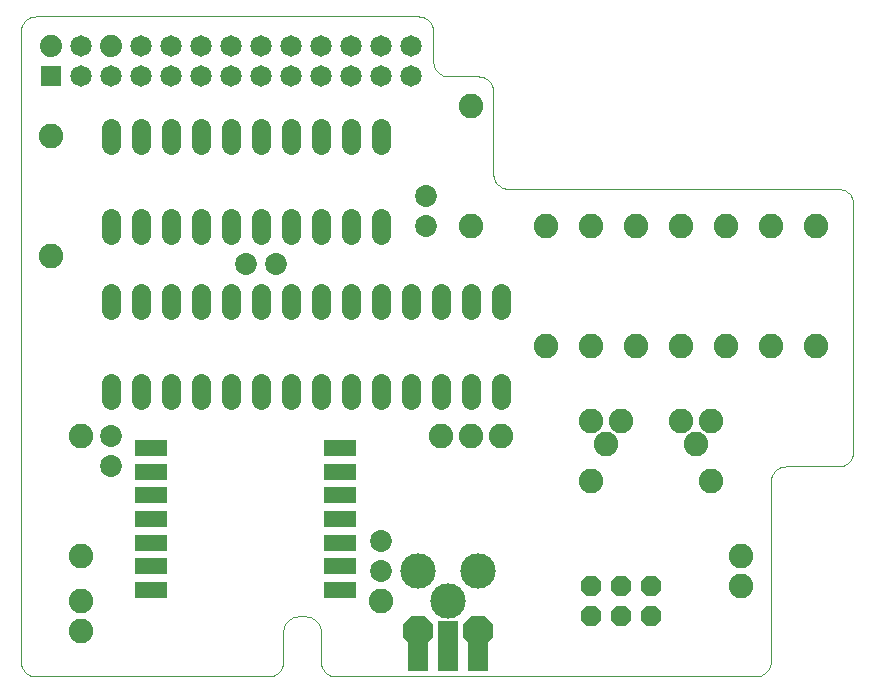
<source format=gts>
G75*
G70*
%OFA0B0*%
%FSLAX24Y24*%
%IPPOS*%
%LPD*%
%AMOC8*
5,1,8,0,0,1.08239X$1,22.5*
%
%ADD10C,0.0000*%
%ADD11R,0.0714X0.0714*%
%ADD12C,0.0740*%
%ADD13C,0.0714*%
%ADD14C,0.1180*%
%ADD15OC8,0.0995*%
%ADD16R,0.0680X0.1680*%
%ADD17C,0.0730*%
%ADD18R,0.1080X0.0580*%
%ADD19C,0.0640*%
%ADD20C,0.0820*%
%ADD21OC8,0.0680*%
D10*
X001680Y001180D02*
X009430Y001180D01*
X009474Y001182D01*
X009517Y001188D01*
X009559Y001197D01*
X009601Y001210D01*
X009641Y001227D01*
X009680Y001247D01*
X009717Y001270D01*
X009751Y001297D01*
X009784Y001326D01*
X009813Y001359D01*
X009840Y001393D01*
X009863Y001430D01*
X009883Y001469D01*
X009900Y001509D01*
X009913Y001551D01*
X009922Y001593D01*
X009928Y001636D01*
X009930Y001680D01*
X009930Y002680D01*
X009932Y002724D01*
X009938Y002767D01*
X009947Y002809D01*
X009960Y002851D01*
X009977Y002891D01*
X009997Y002930D01*
X010020Y002967D01*
X010047Y003001D01*
X010076Y003034D01*
X010109Y003063D01*
X010143Y003090D01*
X010180Y003113D01*
X010219Y003133D01*
X010259Y003150D01*
X010301Y003163D01*
X010343Y003172D01*
X010386Y003178D01*
X010430Y003180D01*
X010680Y003180D01*
X010724Y003178D01*
X010767Y003172D01*
X010809Y003163D01*
X010851Y003150D01*
X010891Y003133D01*
X010930Y003113D01*
X010967Y003090D01*
X011001Y003063D01*
X011034Y003034D01*
X011063Y003001D01*
X011090Y002967D01*
X011113Y002930D01*
X011133Y002891D01*
X011150Y002851D01*
X011163Y002809D01*
X011172Y002767D01*
X011178Y002724D01*
X011180Y002680D01*
X011180Y001680D01*
X011182Y001636D01*
X011188Y001593D01*
X011197Y001551D01*
X011210Y001509D01*
X011227Y001469D01*
X011247Y001430D01*
X011270Y001393D01*
X011297Y001359D01*
X011326Y001326D01*
X011359Y001297D01*
X011393Y001270D01*
X011430Y001247D01*
X011469Y001227D01*
X011509Y001210D01*
X011551Y001197D01*
X011593Y001188D01*
X011636Y001182D01*
X011680Y001180D01*
X025680Y001180D01*
X025724Y001182D01*
X025767Y001188D01*
X025809Y001197D01*
X025851Y001210D01*
X025891Y001227D01*
X025930Y001247D01*
X025967Y001270D01*
X026001Y001297D01*
X026034Y001326D01*
X026063Y001359D01*
X026090Y001393D01*
X026113Y001430D01*
X026133Y001469D01*
X026150Y001509D01*
X026163Y001551D01*
X026172Y001593D01*
X026178Y001636D01*
X026180Y001680D01*
X026180Y007680D01*
X026182Y007724D01*
X026188Y007767D01*
X026197Y007809D01*
X026210Y007851D01*
X026227Y007891D01*
X026247Y007930D01*
X026270Y007967D01*
X026297Y008001D01*
X026326Y008034D01*
X026359Y008063D01*
X026393Y008090D01*
X026430Y008113D01*
X026469Y008133D01*
X026509Y008150D01*
X026551Y008163D01*
X026593Y008172D01*
X026636Y008178D01*
X026680Y008180D01*
X028430Y008180D01*
X028474Y008182D01*
X028517Y008188D01*
X028559Y008197D01*
X028601Y008210D01*
X028641Y008227D01*
X028680Y008247D01*
X028717Y008270D01*
X028751Y008297D01*
X028784Y008326D01*
X028813Y008359D01*
X028840Y008393D01*
X028863Y008430D01*
X028883Y008469D01*
X028900Y008509D01*
X028913Y008551D01*
X028922Y008593D01*
X028928Y008636D01*
X028930Y008680D01*
X028930Y016930D01*
X028928Y016974D01*
X028922Y017017D01*
X028913Y017059D01*
X028900Y017101D01*
X028883Y017141D01*
X028863Y017180D01*
X028840Y017217D01*
X028813Y017251D01*
X028784Y017284D01*
X028751Y017313D01*
X028717Y017340D01*
X028680Y017363D01*
X028641Y017383D01*
X028601Y017400D01*
X028559Y017413D01*
X028517Y017422D01*
X028474Y017428D01*
X028430Y017430D01*
X017430Y017430D01*
X017386Y017432D01*
X017343Y017438D01*
X017301Y017447D01*
X017259Y017460D01*
X017219Y017477D01*
X017180Y017497D01*
X017143Y017520D01*
X017109Y017547D01*
X017076Y017576D01*
X017047Y017609D01*
X017020Y017643D01*
X016997Y017680D01*
X016977Y017719D01*
X016960Y017759D01*
X016947Y017801D01*
X016938Y017843D01*
X016932Y017886D01*
X016930Y017930D01*
X016930Y020680D01*
X016928Y020724D01*
X016922Y020767D01*
X016913Y020809D01*
X016900Y020851D01*
X016883Y020891D01*
X016863Y020930D01*
X016840Y020967D01*
X016813Y021001D01*
X016784Y021034D01*
X016751Y021063D01*
X016717Y021090D01*
X016680Y021113D01*
X016641Y021133D01*
X016601Y021150D01*
X016559Y021163D01*
X016517Y021172D01*
X016474Y021178D01*
X016430Y021180D01*
X015430Y021180D01*
X015386Y021182D01*
X015343Y021188D01*
X015301Y021197D01*
X015259Y021210D01*
X015219Y021227D01*
X015180Y021247D01*
X015143Y021270D01*
X015109Y021297D01*
X015076Y021326D01*
X015047Y021359D01*
X015020Y021393D01*
X014997Y021430D01*
X014977Y021469D01*
X014960Y021509D01*
X014947Y021551D01*
X014938Y021593D01*
X014932Y021636D01*
X014930Y021680D01*
X014930Y022680D01*
X014928Y022724D01*
X014922Y022767D01*
X014913Y022809D01*
X014900Y022851D01*
X014883Y022891D01*
X014863Y022930D01*
X014840Y022967D01*
X014813Y023001D01*
X014784Y023034D01*
X014751Y023063D01*
X014717Y023090D01*
X014680Y023113D01*
X014641Y023133D01*
X014601Y023150D01*
X014559Y023163D01*
X014517Y023172D01*
X014474Y023178D01*
X014430Y023180D01*
X001680Y023180D01*
X001636Y023178D01*
X001593Y023172D01*
X001551Y023163D01*
X001509Y023150D01*
X001469Y023133D01*
X001430Y023113D01*
X001393Y023090D01*
X001359Y023063D01*
X001326Y023034D01*
X001297Y023001D01*
X001270Y022967D01*
X001247Y022930D01*
X001227Y022891D01*
X001210Y022851D01*
X001197Y022809D01*
X001188Y022767D01*
X001182Y022724D01*
X001180Y022680D01*
X001180Y001680D01*
X001182Y001636D01*
X001188Y001593D01*
X001197Y001551D01*
X001210Y001509D01*
X001227Y001469D01*
X001247Y001430D01*
X001270Y001393D01*
X001297Y001359D01*
X001326Y001326D01*
X001359Y001297D01*
X001393Y001270D01*
X001430Y001247D01*
X001469Y001227D01*
X001509Y001210D01*
X001551Y001197D01*
X001593Y001188D01*
X001636Y001182D01*
X001680Y001180D01*
D11*
X002180Y021180D03*
D12*
X002180Y022180D03*
X004180Y022180D03*
D13*
X003180Y022180D03*
X003180Y021180D03*
X004180Y021180D03*
X005180Y021180D03*
X006180Y021180D03*
X007180Y021180D03*
X008180Y021180D03*
X009180Y021180D03*
X010180Y021180D03*
X011180Y021180D03*
X012180Y021180D03*
X013180Y021180D03*
X014180Y021180D03*
X014180Y022180D03*
X013180Y022180D03*
X012180Y022180D03*
X011180Y022180D03*
X010180Y022180D03*
X009180Y022180D03*
X008180Y022180D03*
X007180Y022180D03*
X006180Y022180D03*
X005180Y022180D03*
D14*
X014430Y004680D03*
X015430Y003680D03*
X016430Y004680D03*
D15*
X016430Y002680D03*
X014430Y002680D03*
D16*
X014430Y002180D03*
X015430Y002180D03*
X016430Y002180D03*
D17*
X013180Y004680D03*
X013180Y005680D03*
X004180Y008180D03*
X004180Y009180D03*
X008680Y014930D03*
X009680Y014930D03*
X014680Y016180D03*
X014680Y017180D03*
D18*
X011830Y008792D03*
X011830Y008005D03*
X011830Y007217D03*
X011830Y006430D03*
X011830Y005643D03*
X011830Y004855D03*
X011830Y004068D03*
X005530Y004068D03*
X005530Y004855D03*
X005530Y005643D03*
X005530Y006430D03*
X005530Y007217D03*
X005530Y008005D03*
X005530Y008792D03*
D19*
X005180Y010400D02*
X005180Y010960D01*
X006180Y010960D02*
X006180Y010400D01*
X007180Y010400D02*
X007180Y010960D01*
X008180Y010960D02*
X008180Y010400D01*
X009180Y010400D02*
X009180Y010960D01*
X010180Y010960D02*
X010180Y010400D01*
X011180Y010400D02*
X011180Y010960D01*
X012180Y010960D02*
X012180Y010400D01*
X013180Y010400D02*
X013180Y010960D01*
X014180Y010960D02*
X014180Y010400D01*
X015180Y010400D02*
X015180Y010960D01*
X016180Y010960D02*
X016180Y010400D01*
X017180Y010400D02*
X017180Y010960D01*
X017180Y013400D02*
X017180Y013960D01*
X016180Y013960D02*
X016180Y013400D01*
X015180Y013400D02*
X015180Y013960D01*
X014180Y013960D02*
X014180Y013400D01*
X013180Y013400D02*
X013180Y013960D01*
X012180Y013960D02*
X012180Y013400D01*
X011180Y013400D02*
X011180Y013960D01*
X010180Y013960D02*
X010180Y013400D01*
X009180Y013400D02*
X009180Y013960D01*
X008180Y013960D02*
X008180Y013400D01*
X007180Y013400D02*
X007180Y013960D01*
X006180Y013960D02*
X006180Y013400D01*
X005180Y013400D02*
X005180Y013960D01*
X004180Y013960D02*
X004180Y013400D01*
X004180Y015900D02*
X004180Y016460D01*
X005180Y016460D02*
X005180Y015900D01*
X006180Y015900D02*
X006180Y016460D01*
X007180Y016460D02*
X007180Y015900D01*
X008180Y015900D02*
X008180Y016460D01*
X009180Y016460D02*
X009180Y015900D01*
X010180Y015900D02*
X010180Y016460D01*
X011180Y016460D02*
X011180Y015900D01*
X012180Y015900D02*
X012180Y016460D01*
X013180Y016460D02*
X013180Y015900D01*
X013180Y018900D02*
X013180Y019460D01*
X012180Y019460D02*
X012180Y018900D01*
X011180Y018900D02*
X011180Y019460D01*
X010180Y019460D02*
X010180Y018900D01*
X009180Y018900D02*
X009180Y019460D01*
X008180Y019460D02*
X008180Y018900D01*
X007180Y018900D02*
X007180Y019460D01*
X006180Y019460D02*
X006180Y018900D01*
X005180Y018900D02*
X005180Y019460D01*
X004180Y019460D02*
X004180Y018900D01*
X004180Y010960D02*
X004180Y010400D01*
D20*
X003180Y009180D03*
X003180Y005180D03*
X003180Y003680D03*
X003180Y002680D03*
X013180Y003680D03*
X015180Y009180D03*
X016180Y009180D03*
X017180Y009180D03*
X020180Y009680D03*
X020680Y008930D03*
X021180Y009680D03*
X023180Y009680D03*
X023680Y008930D03*
X024180Y009680D03*
X024180Y007680D03*
X025180Y005180D03*
X025180Y004180D03*
X020180Y007680D03*
X020180Y012180D03*
X018680Y012180D03*
X021680Y012180D03*
X023180Y012180D03*
X024680Y012180D03*
X026180Y012180D03*
X027680Y012180D03*
X027680Y016180D03*
X026180Y016180D03*
X024680Y016180D03*
X023180Y016180D03*
X021680Y016180D03*
X020180Y016180D03*
X018680Y016180D03*
X016180Y016180D03*
X016180Y020180D03*
X002180Y019180D03*
X002180Y015180D03*
D21*
X020180Y004180D03*
X021180Y004180D03*
X021180Y003180D03*
X020180Y003180D03*
X022180Y003180D03*
X022180Y004180D03*
M02*

</source>
